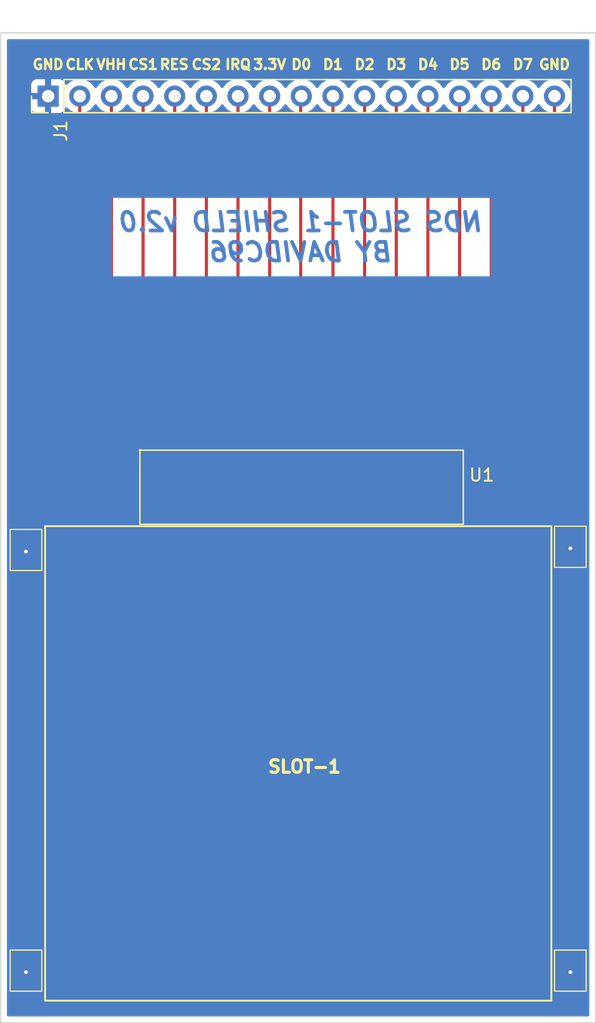
<source format=kicad_pcb>
(kicad_pcb (version 20211014) (generator pcbnew)
  (layers (0 "F.Cu" signal) (31 "B.Cu" signal) (34 "B.Paste" user) (35 "F.Paste" user) (36 "B.SilkS" user "B.Silkscreen") (37 "F.SilkS" user "F.Silkscreen") (38 "B.Mask" user) (39 "F.Mask" user) (44 "Edge.Cuts" user))
  (net 0 "")
  (net 1 "Net-(J1-Pad1)")
  (net 2 "Net-(J1-Pad2)")
  (net 3 "Net-(J1-Pad3)")
  (net 4 "Net-(J1-Pad4)")
  (net 5 "Net-(J1-Pad5)")
  (net 6 "Net-(J1-Pad6)")
  (net 7 "Net-(J1-Pad7)")
  (net 8 "Net-(J1-Pad8)")
  (net 9 "Net-(J1-Pad9)")
  (net 10 "Net-(J1-Pad10)")
  (net 11 "Net-(J1-Pad11)")
  (net 12 "Net-(J1-Pad12)")
  (net 13 "Net-(J1-Pad13)")
  (net 14 "Net-(J1-Pad14)")
  (net 15 "Net-(J1-Pad15)")
  (net 16 "Net-(J1-Pad16)")
  (net 17 "Net-(J1-Pad17)")
  (footprint "NDS Pinout:nds_contact_slot-1" (layer "F.Cu") (at 149.81 112.014)
    (fp_text reference "U1" (at 14.528 2.238 unlocked) (layer "F.SilkS"))
    (fp_text value "ndsPADS-Connector")
    (fp_line (start 13.05 6.19) (end 13.05 0.24) (layer "F.SilkS") (width 0.12))
    (fp_line (start -12.9 0.19) (end -12.9 6.19) (layer "F.SilkS") (width 0.12))
    (fp_line (start -12.9 6.19) (end 13.05 6.19) (layer "F.SilkS") (width 0.12))
    (fp_line (start 13.05 0.24) (end -12.95 0.24) (layer "F.SilkS") (width 0.12))
    (pad "1" smd rect (at -12 3.14) (size 1 5) (layers "F.Cu" "F.Paste" "F.Mask") (net 1 "Net-(J1-Pad1)"))
    (pad "2" smd rect (at -10.5 3.14) (size 1 5) (layers "F.Cu" "F.Paste" "F.Mask") (net 2 "Net-(J1-Pad2)"))
    (pad "3" smd rect (at -9 3.14) (size 1 5) (layers "F.Cu" "F.Paste" "F.Mask") (net 3 "Net-(J1-Pad3)"))
    (pad "4" smd rect (at -7.5 3.14) (size 1 5) (layers "F.Cu" "F.Paste" "F.Mask") (net 4 "Net-(J1-Pad4)"))
    (pad "5" smd rect (at -6 3.14) (size 1 5) (layers "F.Cu" "F.Paste" "F.Mask") (net 5 "Net-(J1-Pad5)"))
    (pad "6" smd rect (at -4.5 3.14) (size 1 5) (layers "F.Cu" "F.Paste" "F.Mask") (net 6 "Net-(J1-Pad6)"))
    (pad "7" smd rect (at -3 3.14) (size 1 5) (layers "F.Cu" "F.Paste" "F.Mask") (net 7 "Net-(J1-Pad7)"))
    (pad "8" smd rect (at -1.5 3.14) (size 1 5) (layers "F.Cu" "F.Paste" "F.Mask") (net 8 "Net-(J1-Pad8)"))
    (pad "9" smd rect (at 0 3.14) (size 1 5) (layers "F.Cu" "F.Paste" "F.Mask") (net 9 "Net-(J1-Pad9)"))
    (pad "10" smd rect (at 1.5 3.14) (size 1 5) (layers "F.Cu" "F.Paste" "F.Mask") (net 10 "Net-(J1-Pad10)"))
    (pad "11" smd rect (at 3 3.14) (size 1 5) (layers "F.Cu" "F.Paste" "F.Mask") (net 11 "Net-(J1-Pad11)"))
    (pad "12" smd rect (at 4.5 3.14) (size 1 5) (layers "F.Cu" "F.Paste" "F.Mask") (net 12 "Net-(J1-Pad12)"))
    (pad "13" smd rect (at 6 3.14) (size 1 5) (layers "F.Cu" "F.Paste" "F.Mask") (net 13 "Net-(J1-Pad13)"))
    (pad "14" smd rect (at 7.5 3.14) (size 1 5) (layers "F.Cu" "F.Paste" "F.Mask") (net 14 "Net-(J1-Pad14)"))
    (pad "15" smd rect (at 9 3.14) (size 1 5) (layers "F.Cu" "F.Paste" "F.Mask") (net 15 "Net-(J1-Pad15)"))
    (pad "16" smd rect (at 10.5 3.14) (size 1 5) (layers "F.Cu" "F.Paste" "F.Mask") (net 16 "Net-(J1-Pad16)"))
    (pad "17" smd rect (at 12 3.14) (size 1 5) (layers "F.Cu" "F.Paste" "F.Mask") (net 17 "Net-(J1-Pad17)"))
  )
  (footprint "Connector_PinHeader_2.54mm:PinHeader_1x17_P2.54mm_Vertical" (layer "F.Cu") (at 129.54 83.82 90)
    (fp_text reference "J1" (at -2.794 1.016 90) (layer "F.SilkS"))
    (fp_text value "Conn_01x17_Female")
    (fp_line (start -1.33 1.27) (end -1.33 41.97) (layer "F.SilkS") (width 0.12))
    (fp_line (start -1.33 0) (end -1.33 -1.33) (layer "F.SilkS") (width 0.12))
    (fp_line (start -1.33 1.27) (end 1.33 1.27) (layer "F.SilkS") (width 0.12))
    (fp_line (start -1.33 -1.33) (end 0 -1.33) (layer "F.SilkS") (width 0.12))
    (fp_line (start -1.33 41.97) (end 1.33 41.97) (layer "F.SilkS") (width 0.12))
    (fp_line (start 1.33 1.27) (end 1.33 41.97) (layer "F.SilkS") (width 0.12))
    (pad "1" thru_hole rect (at 0 0 90) (size 1.7 1.7) (drill 1) (layers *.Cu *.Mask) (net 1 "Net-(J1-Pad1)"))
    (pad "2" thru_hole oval (at 0 2.54 90) (size 1.7 1.7) (drill 1) (layers *.Cu *.Mask) (net 2 "Net-(J1-Pad2)"))
    (pad "3" thru_hole oval (at 0 5.08 90) (size 1.7 1.7) (drill 1) (layers *.Cu *.Mask) (net 3 "Net-(J1-Pad3)"))
    (pad "4" thru_hole oval (at 0 7.62 90) (size 1.7 1.7) (drill 1) (layers *.Cu *.Mask) (net 4 "Net-(J1-Pad4)"))
    (pad "5" thru_hole oval (at 0 10.16 90) (size 1.7 1.7) (drill 1) (layers *.Cu *.Mask) (net 5 "Net-(J1-Pad5)"))
    (pad "6" thru_hole oval (at 0 12.7 90) (size 1.7 1.7) (drill 1) (layers *.Cu *.Mask) (net 6 "Net-(J1-Pad6)"))
    (pad "7" thru_hole oval (at 0 15.24 90) (size 1.7 1.7) (drill 1) (layers *.Cu *.Mask) (net 7 "Net-(J1-Pad7)"))
    (pad "8" thru_hole oval (at 0 17.78 90) (size 1.7 1.7) (drill 1) (layers *.Cu *.Mask) (net 8 "Net-(J1-Pad8)"))
    (pad "9" thru_hole oval (at 0 20.32 90) (size 1.7 1.7) (drill 1) (layers *.Cu *.Mask) (net 9 "Net-(J1-Pad9)"))
    (pad "10" thru_hole oval (at 0 22.86 90) (size 1.7 1.7) (drill 1) (layers *.Cu *.Mask) (net 10 "Net-(J1-Pad10)"))
    (pad "11" thru_hole oval (at 0 25.4 90) (size 1.7 1.7) (drill 1) (layers *.Cu *.Mask) (net 11 "Net-(J1-Pad11)"))
    (pad "12" thru_hole oval (at 0 27.94 90) (size 1.7 1.7) (drill 1) (layers *.Cu *.Mask) (net 12 "Net-(J1-Pad12)"))
    (pad "13" thru_hole oval (at 0 30.48 90) (size 1.7 1.7) (drill 1) (layers *.Cu *.Mask) (net 13 "Net-(J1-Pad13)"))
    (pad "14" thru_hole oval (at 0 33.02 90) (size 1.7 1.7) (drill 1) (layers *.Cu *.Mask) (net 14 "Net-(J1-Pad14)"))
    (pad "15" thru_hole oval (at 0 35.56 90) (size 1.7 1.7) (drill 1) (layers *.Cu *.Mask) (net 15 "Net-(J1-Pad15)"))
    (pad "16" thru_hole oval (at 0 38.1 90) (size 1.7 1.7) (drill 1) (layers *.Cu *.Mask) (net 16 "Net-(J1-Pad16)"))
    (pad "17" thru_hole oval (at 0 40.64 90) (size 1.7 1.7) (drill 1) (layers *.Cu *.Mask) (net 17 "Net-(J1-Pad17)"))
  )
  (gr_rect (start 170.18 152.4) (end 172.72 155.702) (layer "F.SilkS") (width 0.1) (fill none))
  (gr_rect (start 170.18 118.364) (end 172.72 121.666) (layer "F.SilkS") (width 0.1) (fill none))
  (gr_rect (start 126.492 118.618) (end 129.032 121.92) (layer "F.SilkS") (width 0.1) (fill none))
  (gr_rect (start 169.926 118.359153) (end 129.3 156.464) (layer "F.SilkS") (width 0.15) (fill none))
  (gr_rect (start 126.492 152.4) (end 129.032 155.702) (layer "F.SilkS") (width 0.1) (fill none))
  (gr_rect (start 125.73 158.242) (end 173.482 78.74) (layer "Edge.Cuts") (width 0.1) (fill none))
  (gr_text "NDS SLOT-1 SHIELD v2.0\nBY DAVIDC96" (at 149.86 95.14) (layer "B.Cu") (effects (font (size 1.5 1.5) (thickness 0.3) italic) (justify mirror)))
  (gr_text "IRQ" (at 144.78 81.28) (layer "F.SilkS") (effects (font (size 0.8 0.8) (thickness 0.2))))
  (gr_text "D2" (at 154.94 81.28) (layer "F.SilkS") (effects (font (size 0.8 0.8) (thickness 0.2))))
  (gr_text "CS1" (at 137.16 81.28) (layer "F.SilkS") (effects (font (size 0.8 0.8) (thickness 0.2))))
  (gr_text "GND" (at 129.54 81.28) (layer "F.SilkS") (effects (font (size 0.8 0.8) (thickness 0.2))))
  (gr_text "VHH" (at 134.62 81.28) (layer "F.SilkS") (effects (font (size 0.8 0.8) (thickness 0.2))))
  (gr_text "CLK" (at 132.08 81.28) (layer "F.SilkS") (effects (font (size 0.8 0.8) (thickness 0.2))))
  (gr_text "D0" (at 149.86 81.28) (layer "F.SilkS") (effects (font (size 0.8 0.8) (thickness 0.2))))
  (gr_text "CS2" (at 142.24 81.28) (layer "F.SilkS") (effects (font (size 0.8 0.8) (thickness 0.2))))
  (gr_text "D1" (at 152.4 81.28) (layer "F.SilkS") (effects (font (size 0.8 0.8) (thickness 0.2))))
  (gr_text "D5" (at 162.56 81.28) (layer "F.SilkS") (effects (font (size 0.8 0.8) (thickness 0.2))))
  (gr_text "3.3V" (at 147.32 81.28) (layer "F.SilkS") (effects (font (size 0.8 0.8) (thickness 0.2))))
  (gr_text "D4" (at 160.02 81.28) (layer "F.SilkS") (effects (font (size 0.8 0.8) (thickness 0.2))))
  (gr_text "D6" (at 165.1 81.28) (layer "F.SilkS") (effects (font (size 0.8 0.8) (thickness 0.2))))
  (gr_text "SLOT-1" (at 150.114 137.668) (layer "F.SilkS") (effects (font (size 1 1) (thickness 0.25))))
  (gr_text "D3" (at 157.48 81.28) (layer "F.SilkS") (effects (font (size 0.8 0.8) (thickness 0.2))))
  (gr_text "GND" (at 170.18 81.28) (layer "F.SilkS") (effects (font (size 0.8 0.8) (thickness 0.2))))
  (gr_text "RES" (at 139.657573 81.28) (layer "F.SilkS") (effects (font (size 0.8 0.8) (thickness 0.2))))
  (gr_text "D7" (at 167.64 81.28) (layer "F.SilkS") (effects (font (size 0.8 0.8) (thickness 0.2))))
  (segment (start 137.81 114.845) (end 137.81 109.87) (width 0.25) (layer "F.Cu") (net 1))
  (segment (start 129.54 116.332) (end 129.54 101.346) (width 0.25) (layer "F.Cu") (net 1))
  (segment (start 127.762 118.11) (end 129.54 116.332) (width 0.25) (layer "F.Cu") (net 1))
  (segment (start 127.762 120.396) (end 127.762 118.11) (width 0.25) (layer "F.Cu") (net 1))
  (segment (start 137.81 109.87) (end 129.54 101.6) (width 0.25) (layer "F.Cu") (net 1))
  (segment (start 129.54 101.6) (end 129.54 83.82) (width 0.25) (layer "F.Cu") (net 1))
  (via (at 127.762 120.396) (size 2.5) (drill 0.3) (layers "F.Cu" "B.Cu") (net 1))
  (via (at 171.45 154.178) (size 2.5) (drill 0.3) (layers "F.Cu" "B.Cu") (net 1))
  (via (at 171.45 120.142) (size 2.5) (drill 0.3) (layers "F.Cu" "B.Cu") (net 1))
  (via (at 127.762 154.178) (size 2.5) (drill 0.3) (layers "F.Cu" "B.Cu") (net 1))
  (segment (start 132.08 101.6) (end 132.08 83.82) (width 0.25) (layer "F.Cu") (net 2))
  (segment (start 139.31 108.83) (end 132.08 101.6) (width 0.25) (layer "F.Cu") (net 2))
  (segment (start 139.31 114.245) (end 139.31 108.83) (width 0.25) (layer "F.Cu") (net 2))
  (segment (start 134.62 101.6) (end 134.62 83.82) (width 0.25) (layer "F.Cu") (net 3))
  (segment (start 140.81 114.245) (end 140.81 107.79) (width 0.25) (layer "F.Cu") (net 3))
  (segment (start 140.81 107.79) (end 134.62 101.6) (width 0.25) (layer "F.Cu") (net 3))
  (segment (start 142.31 114.245) (end 142.31 106.75) (width 0.25) (layer "F.Cu") (net 4))
  (segment (start 137.16 101.6) (end 137.16 83.82) (width 0.25) (layer "F.Cu") (net 4))
  (segment (start 142.31 106.75) (end 137.16 101.6) (width 0.25) (layer "F.Cu") (net 4))
  (segment (start 143.81 105.71) (end 139.7 101.6) (width 0.25) (layer "F.Cu") (net 5))
  (segment (start 139.7 101.6) (end 139.7 83.82) (width 0.25) (layer "F.Cu") (net 5))
  (segment (start 143.81 114.245) (end 143.81 105.71) (width 0.25) (layer "F.Cu") (net 5))
  (segment (start 145.31 114.245) (end 145.31 104.67) (width 0.25) (layer "F.Cu") (net 6))
  (segment (start 142.24 101.6) (end 142.24 83.82) (width 0.25) (layer "F.Cu") (net 6))
  (segment (start 145.31 104.67) (end 142.24 101.6) (width 0.25) (layer "F.Cu") (net 6))
  (segment (start 146.81 103.63) (end 144.78 101.6) (width 0.25) (layer "F.Cu") (net 7))
  (segment (start 146.81 114.245) (end 146.81 103.63) (width 0.25) (layer "F.Cu") (net 7))
  (segment (start 144.78 101.6) (end 144.78 83.82) (width 0.25) (layer "F.Cu") (net 7))
  (segment (start 148.31 114.595) (end 148.31 102.59) (width 0.25) (layer "F.Cu") (net 8))
  (segment (start 147.32 101.6) (end 147.32 83.82) (width 0.25) (layer "F.Cu") (net 8))
  (segment (start 148.31 102.59) (end 147.32 101.6) (width 0.25) (layer "F.Cu") (net 8))
  (segment (start 149.81 114.245) (end 149.81 83.87) (width 0.25) (layer "F.Cu") (net 9))
  (segment (start 149.81 83.87) (end 149.86 83.82) (width 0.25) (layer "F.Cu") (net 9))
  (segment (start 151.31 102.69) (end 152.4 101.6) (width 0.25) (layer "F.Cu") (net 10))
  (segment (start 151.31 114.245) (end 151.31 102.69) (width 0.25) (layer "F.Cu") (net 10))
  (segment (start 152.4 101.6) (end 152.4 83.82) (width 0.25) (layer "F.Cu") (net 10))
  (segment (start 154.94 101.6) (end 154.94 83.82) (width 0.25) (layer "F.Cu") (net 11))
  (segment (start 152.81 114.245) (end 152.81 103.73) (width 0.25) (layer "F.Cu") (net 11))
  (segment (start 152.81 103.73) (end 154.94 101.6) (width 0.25) (layer "F.Cu") (net 11))
  (segment (start 157.48 101.6) (end 157.48 83.82) (width 0.25) (layer "F.Cu") (net 12))
  (segment (start 154.31 104.77) (end 157.48 101.6) (width 0.25) (layer "F.Cu") (net 12))
  (segment (start 154.31 114.245) (end 154.31 104.77) (width 0.25) (layer "F.Cu") (net 12))
  (segment (start 160.02 101.6) (end 160.02 83.82) (width 0.25) (layer "F.Cu") (net 13))
  (segment (start 155.81 105.81) (end 160.02 101.6) (width 0.25) (layer "F.Cu") (net 13))
  (segment (start 155.81 114.245) (end 155.81 105.81) (width 0.25) (layer "F.Cu") (net 13))
  (segment (start 157.31 114.245) (end 157.31 106.85) (width 0.25) (layer "F.Cu") (net 14))
  (segment (start 162.56 101.6) (end 162.56 83.82) (width 0.25) (layer "F.Cu") (net 14))
  (segment (start 157.31 106.85) (end 162.56 101.6) (width 0.25) (layer "F.Cu") (net 14))
  (segment (start 158.81 107.89) (end 165.1 101.6) (width 0.25) (layer "F.Cu") (net 15))
  (segment (start 158.81 114.245) (end 158.81 107.89) (width 0.25) (layer "F.Cu") (net 15))
  (segment (start 165.1 101.6) (end 165.1 83.82) (width 0.25) (layer "F.Cu") (net 15))
  (segment (start 167.64 101.6) (end 167.64 83.82) (width 0.25) (layer "F.Cu") (net 16))
  (segment (start 160.31 114.245) (end 160.31 108.93) (width 0.25) (layer "F.Cu") (net 16))
  (segment (start 160.31 108.93) (end 167.64 101.6) (width 0.25) (layer "F.Cu") (net 16))
  (segment (start 170.18 101.6) (end 170.18 83.82) (width 0.25) (layer "F.Cu") (net 17))
  (segment (start 161.81 114.845) (end 161.81 109.97) (width 0.25) (layer "F.Cu") (net 17))
  (segment (start 161.81 109.97) (end 170.18 101.6) (width 0.25) (layer "F.Cu") (net 17))
  (zone (net 1) (net_name "Net-(J1-Pad1)") (layer "B.Cu") (connect_pads (clearance 0.508)) (min_thickness 0.254) (fill yes (thermal_gap 0.508) (thermal_bridge_width 0.508))
    (polygon (pts (xy 173.356228 157.734) (xy 126.103243 157.734029) (xy 125.849243 78.740029) (xy 173.356228 78.74)))
  )
)
</source>
